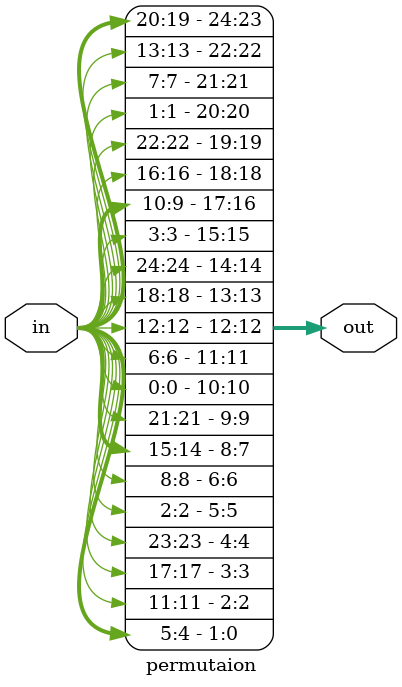
<source format=v>
`timescale 1ns/1ns
module permutaion(in, out);
	
    input [24:0] in;
    output [24:0] out;
	
    assign out[10] = in[0];
    assign out[20] = in[1];
    assign out[5]  = in[2];
    assign out[15] = in[3];
    assign out[0]  = in[4];
    assign out[1]  = in[5];
    assign out[11] = in[6];
    assign out[21] = in[7];
    assign out[6]  = in[8];
    assign out[16] = in[9];
    assign out[17] = in[10];
    assign out[2]  = in[11];
    assign out[12] = in[12];
    assign out[22] = in[13];
    assign out[7]  = in[14];
    assign out[8]  = in[15];
    assign out[18] = in[16];
    assign out[3]  = in[17];
    assign out[13] = in[18];
    assign out[23] = in[19];
    assign out[24] = in[20];
    assign out[9]  = in[21];
    assign out[19] = in[22];
    assign out[4]  = in[23];
	assign out[14] = in[24];

endmodule
</source>
